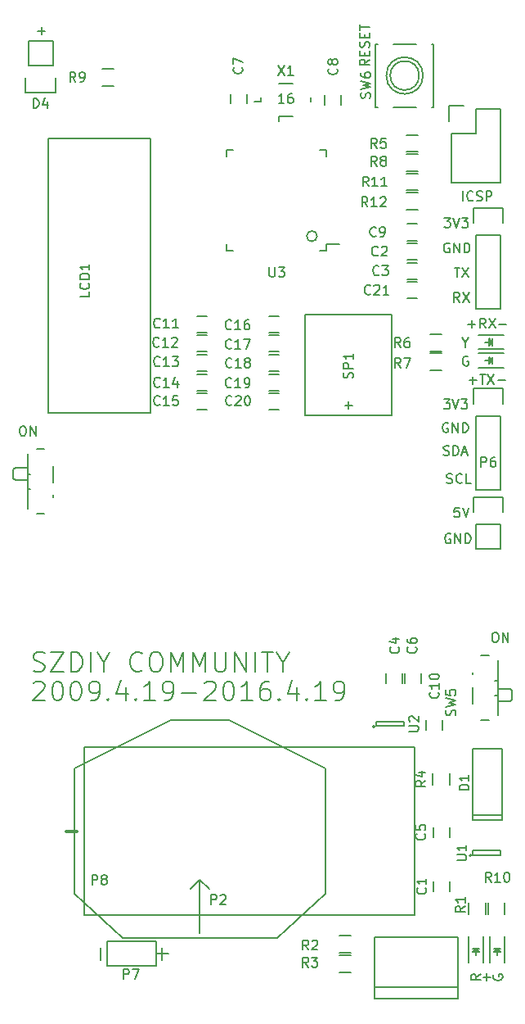
<source format=gbr>
G04 #@! TF.FileFunction,Legend,Top*
%FSLAX45Y45*%
G04 Gerber Fmt 4.5, Leading zero omitted, Abs format (unit mm)*
G04 Created by KiCad (PCBNEW 4.0.2+dfsg1-stable) date Sat May  7 02:04:56 2016*
%MOMM*%
G01*
G04 APERTURE LIST*
%ADD10C,0.100000*%
%ADD11C,0.150000*%
%ADD12C,0.300000*%
%ADD13C,0.200000*%
G04 APERTURE END LIST*
D10*
D11*
X4078095Y-8205238D02*
X4097143Y-8205238D01*
X4106667Y-8210000D01*
X4116190Y-8219524D01*
X4120952Y-8238571D01*
X4120952Y-8271905D01*
X4116190Y-8290952D01*
X4106667Y-8300476D01*
X4097143Y-8305238D01*
X4078095Y-8305238D01*
X4068571Y-8300476D01*
X4059048Y-8290952D01*
X4054286Y-8271905D01*
X4054286Y-8238571D01*
X4059048Y-8219524D01*
X4068571Y-8210000D01*
X4078095Y-8205238D01*
X4163809Y-8305238D02*
X4163809Y-8205238D01*
X4220952Y-8305238D01*
X4220952Y-8205238D01*
X8696191Y-7485000D02*
X8686667Y-7480238D01*
X8672381Y-7480238D01*
X8658095Y-7485000D01*
X8648571Y-7494524D01*
X8643810Y-7504048D01*
X8639048Y-7523095D01*
X8639048Y-7537381D01*
X8643810Y-7556429D01*
X8648571Y-7565952D01*
X8658095Y-7575476D01*
X8672381Y-7580238D01*
X8681905Y-7580238D01*
X8696191Y-7575476D01*
X8700952Y-7570714D01*
X8700952Y-7537381D01*
X8681905Y-7537381D01*
X8670000Y-7337619D02*
X8670000Y-7385238D01*
X8636667Y-7285238D02*
X8670000Y-7337619D01*
X8703333Y-7285238D01*
X8513810Y-9320000D02*
X8504286Y-9315238D01*
X8490000Y-9315238D01*
X8475714Y-9320000D01*
X8466191Y-9329524D01*
X8461429Y-9339048D01*
X8456667Y-9358095D01*
X8456667Y-9372381D01*
X8461429Y-9391429D01*
X8466191Y-9400952D01*
X8475714Y-9410476D01*
X8490000Y-9415238D01*
X8499524Y-9415238D01*
X8513810Y-9410476D01*
X8518572Y-9405714D01*
X8518572Y-9372381D01*
X8499524Y-9372381D01*
X8561429Y-9415238D02*
X8561429Y-9315238D01*
X8618572Y-9415238D01*
X8618572Y-9315238D01*
X8666191Y-9415238D02*
X8666191Y-9315238D01*
X8690000Y-9315238D01*
X8704286Y-9320000D01*
X8713810Y-9329524D01*
X8718572Y-9339048D01*
X8723333Y-9358095D01*
X8723333Y-9372381D01*
X8718572Y-9391429D01*
X8713810Y-9400952D01*
X8704286Y-9410476D01*
X8690000Y-9415238D01*
X8666191Y-9415238D01*
X8605952Y-9045238D02*
X8558333Y-9045238D01*
X8553571Y-9092857D01*
X8558333Y-9088095D01*
X8567857Y-9083333D01*
X8591667Y-9083333D01*
X8601191Y-9088095D01*
X8605952Y-9092857D01*
X8610714Y-9102381D01*
X8610714Y-9126191D01*
X8605952Y-9135714D01*
X8601191Y-9140476D01*
X8591667Y-9145238D01*
X8567857Y-9145238D01*
X8558333Y-9140476D01*
X8553571Y-9135714D01*
X8639286Y-9045238D02*
X8672619Y-9145238D01*
X8705952Y-9045238D01*
X8851905Y-13897143D02*
X8928095Y-13897143D01*
X8890000Y-13935238D02*
X8890000Y-13859048D01*
X8960000Y-13873809D02*
X8955238Y-13883333D01*
X8955238Y-13897619D01*
X8960000Y-13911905D01*
X8969524Y-13921429D01*
X8979048Y-13926190D01*
X8998095Y-13930952D01*
X9012381Y-13930952D01*
X9031429Y-13926190D01*
X9040952Y-13921429D01*
X9050476Y-13911905D01*
X9055238Y-13897619D01*
X9055238Y-13888095D01*
X9050476Y-13873809D01*
X9045714Y-13869048D01*
X9012381Y-13869048D01*
X9012381Y-13888095D01*
X8968095Y-10335238D02*
X8987143Y-10335238D01*
X8996667Y-10340000D01*
X9006191Y-10349524D01*
X9010952Y-10368571D01*
X9010952Y-10401905D01*
X9006191Y-10420952D01*
X8996667Y-10430476D01*
X8987143Y-10435238D01*
X8968095Y-10435238D01*
X8958571Y-10430476D01*
X8949048Y-10420952D01*
X8944286Y-10401905D01*
X8944286Y-10368571D01*
X8949048Y-10349524D01*
X8958571Y-10340000D01*
X8968095Y-10335238D01*
X9053810Y-10435238D02*
X9053810Y-10335238D01*
X9110952Y-10435238D01*
X9110952Y-10335238D01*
X8825238Y-13869048D02*
X8777619Y-13902381D01*
X8825238Y-13926190D02*
X8725238Y-13926190D01*
X8725238Y-13888095D01*
X8730000Y-13878571D01*
X8734762Y-13873809D01*
X8744286Y-13869048D01*
X8758571Y-13869048D01*
X8768095Y-13873809D01*
X8772857Y-13878571D01*
X8777619Y-13888095D01*
X8777619Y-13926190D01*
X6790952Y-4865238D02*
X6733809Y-4865238D01*
X6762381Y-4865238D02*
X6762381Y-4765238D01*
X6752857Y-4779524D01*
X6743333Y-4789048D01*
X6733809Y-4793810D01*
X6876667Y-4765238D02*
X6857619Y-4765238D01*
X6848095Y-4770000D01*
X6843333Y-4774762D01*
X6833809Y-4789048D01*
X6829048Y-4808095D01*
X6829048Y-4846191D01*
X6833809Y-4855714D01*
X6838571Y-4860476D01*
X6848095Y-4865238D01*
X6867143Y-4865238D01*
X6876667Y-4860476D01*
X6881429Y-4855714D01*
X6886190Y-4846191D01*
X6886190Y-4822381D01*
X6881429Y-4812857D01*
X6876667Y-4808095D01*
X6867143Y-4803333D01*
X6848095Y-4803333D01*
X6838571Y-4808095D01*
X6833809Y-4812857D01*
X6829048Y-4822381D01*
D12*
X4532857Y-12390714D02*
X4647143Y-12390714D01*
D13*
X4198095Y-10730952D02*
X4226667Y-10740476D01*
X4274286Y-10740476D01*
X4293333Y-10730952D01*
X4302857Y-10721429D01*
X4312381Y-10702381D01*
X4312381Y-10683333D01*
X4302857Y-10664286D01*
X4293333Y-10654762D01*
X4274286Y-10645238D01*
X4236191Y-10635714D01*
X4217143Y-10626191D01*
X4207619Y-10616667D01*
X4198095Y-10597619D01*
X4198095Y-10578571D01*
X4207619Y-10559524D01*
X4217143Y-10550000D01*
X4236191Y-10540476D01*
X4283810Y-10540476D01*
X4312381Y-10550000D01*
X4379048Y-10540476D02*
X4512381Y-10540476D01*
X4379048Y-10740476D01*
X4512381Y-10740476D01*
X4588571Y-10740476D02*
X4588571Y-10540476D01*
X4636191Y-10540476D01*
X4664762Y-10550000D01*
X4683810Y-10569048D01*
X4693333Y-10588095D01*
X4702857Y-10626191D01*
X4702857Y-10654762D01*
X4693333Y-10692857D01*
X4683810Y-10711905D01*
X4664762Y-10730952D01*
X4636191Y-10740476D01*
X4588571Y-10740476D01*
X4788571Y-10740476D02*
X4788571Y-10540476D01*
X4921905Y-10645238D02*
X4921905Y-10740476D01*
X4855238Y-10540476D02*
X4921905Y-10645238D01*
X4988572Y-10540476D01*
X5321905Y-10721429D02*
X5312381Y-10730952D01*
X5283810Y-10740476D01*
X5264762Y-10740476D01*
X5236191Y-10730952D01*
X5217143Y-10711905D01*
X5207619Y-10692857D01*
X5198095Y-10654762D01*
X5198095Y-10626191D01*
X5207619Y-10588095D01*
X5217143Y-10569048D01*
X5236191Y-10550000D01*
X5264762Y-10540476D01*
X5283810Y-10540476D01*
X5312381Y-10550000D01*
X5321905Y-10559524D01*
X5445714Y-10540476D02*
X5483810Y-10540476D01*
X5502857Y-10550000D01*
X5521905Y-10569048D01*
X5531429Y-10607143D01*
X5531429Y-10673810D01*
X5521905Y-10711905D01*
X5502857Y-10730952D01*
X5483810Y-10740476D01*
X5445714Y-10740476D01*
X5426667Y-10730952D01*
X5407619Y-10711905D01*
X5398095Y-10673810D01*
X5398095Y-10607143D01*
X5407619Y-10569048D01*
X5426667Y-10550000D01*
X5445714Y-10540476D01*
X5617143Y-10740476D02*
X5617143Y-10540476D01*
X5683810Y-10683333D01*
X5750476Y-10540476D01*
X5750476Y-10740476D01*
X5845714Y-10740476D02*
X5845714Y-10540476D01*
X5912381Y-10683333D01*
X5979048Y-10540476D01*
X5979048Y-10740476D01*
X6074286Y-10540476D02*
X6074286Y-10702381D01*
X6083810Y-10721429D01*
X6093333Y-10730952D01*
X6112381Y-10740476D01*
X6150476Y-10740476D01*
X6169524Y-10730952D01*
X6179048Y-10721429D01*
X6188571Y-10702381D01*
X6188571Y-10540476D01*
X6283809Y-10740476D02*
X6283809Y-10540476D01*
X6398095Y-10740476D01*
X6398095Y-10540476D01*
X6493333Y-10740476D02*
X6493333Y-10540476D01*
X6560000Y-10540476D02*
X6674286Y-10540476D01*
X6617143Y-10740476D02*
X6617143Y-10540476D01*
X6779048Y-10645238D02*
X6779048Y-10740476D01*
X6712381Y-10540476D02*
X6779048Y-10645238D01*
X6845714Y-10540476D01*
X4198095Y-10859524D02*
X4207619Y-10850000D01*
X4226667Y-10840476D01*
X4274286Y-10840476D01*
X4293333Y-10850000D01*
X4302857Y-10859524D01*
X4312381Y-10878571D01*
X4312381Y-10897619D01*
X4302857Y-10926191D01*
X4188571Y-11040476D01*
X4312381Y-11040476D01*
X4436191Y-10840476D02*
X4455238Y-10840476D01*
X4474286Y-10850000D01*
X4483810Y-10859524D01*
X4493333Y-10878571D01*
X4502857Y-10916667D01*
X4502857Y-10964286D01*
X4493333Y-11002381D01*
X4483810Y-11021429D01*
X4474286Y-11030952D01*
X4455238Y-11040476D01*
X4436191Y-11040476D01*
X4417143Y-11030952D01*
X4407619Y-11021429D01*
X4398095Y-11002381D01*
X4388571Y-10964286D01*
X4388571Y-10916667D01*
X4398095Y-10878571D01*
X4407619Y-10859524D01*
X4417143Y-10850000D01*
X4436191Y-10840476D01*
X4626667Y-10840476D02*
X4645714Y-10840476D01*
X4664762Y-10850000D01*
X4674286Y-10859524D01*
X4683810Y-10878571D01*
X4693333Y-10916667D01*
X4693333Y-10964286D01*
X4683810Y-11002381D01*
X4674286Y-11021429D01*
X4664762Y-11030952D01*
X4645714Y-11040476D01*
X4626667Y-11040476D01*
X4607619Y-11030952D01*
X4598095Y-11021429D01*
X4588571Y-11002381D01*
X4579048Y-10964286D01*
X4579048Y-10916667D01*
X4588571Y-10878571D01*
X4598095Y-10859524D01*
X4607619Y-10850000D01*
X4626667Y-10840476D01*
X4788572Y-11040476D02*
X4826667Y-11040476D01*
X4845714Y-11030952D01*
X4855238Y-11021429D01*
X4874286Y-10992857D01*
X4883810Y-10954762D01*
X4883810Y-10878571D01*
X4874286Y-10859524D01*
X4864762Y-10850000D01*
X4845714Y-10840476D01*
X4807619Y-10840476D01*
X4788572Y-10850000D01*
X4779048Y-10859524D01*
X4769524Y-10878571D01*
X4769524Y-10926191D01*
X4779048Y-10945238D01*
X4788572Y-10954762D01*
X4807619Y-10964286D01*
X4845714Y-10964286D01*
X4864762Y-10954762D01*
X4874286Y-10945238D01*
X4883810Y-10926191D01*
X4969524Y-11021429D02*
X4979048Y-11030952D01*
X4969524Y-11040476D01*
X4960000Y-11030952D01*
X4969524Y-11021429D01*
X4969524Y-11040476D01*
X5150476Y-10907143D02*
X5150476Y-11040476D01*
X5102857Y-10830952D02*
X5055238Y-10973810D01*
X5179048Y-10973810D01*
X5255238Y-11021429D02*
X5264762Y-11030952D01*
X5255238Y-11040476D01*
X5245714Y-11030952D01*
X5255238Y-11021429D01*
X5255238Y-11040476D01*
X5455238Y-11040476D02*
X5340952Y-11040476D01*
X5398095Y-11040476D02*
X5398095Y-10840476D01*
X5379048Y-10869048D01*
X5360000Y-10888095D01*
X5340952Y-10897619D01*
X5550476Y-11040476D02*
X5588572Y-11040476D01*
X5607619Y-11030952D01*
X5617143Y-11021429D01*
X5636190Y-10992857D01*
X5645714Y-10954762D01*
X5645714Y-10878571D01*
X5636190Y-10859524D01*
X5626667Y-10850000D01*
X5607619Y-10840476D01*
X5569524Y-10840476D01*
X5550476Y-10850000D01*
X5540952Y-10859524D01*
X5531429Y-10878571D01*
X5531429Y-10926191D01*
X5540952Y-10945238D01*
X5550476Y-10954762D01*
X5569524Y-10964286D01*
X5607619Y-10964286D01*
X5626667Y-10954762D01*
X5636190Y-10945238D01*
X5645714Y-10926191D01*
X5731429Y-10964286D02*
X5883810Y-10964286D01*
X5969524Y-10859524D02*
X5979048Y-10850000D01*
X5998095Y-10840476D01*
X6045714Y-10840476D01*
X6064762Y-10850000D01*
X6074286Y-10859524D01*
X6083810Y-10878571D01*
X6083810Y-10897619D01*
X6074286Y-10926191D01*
X5960000Y-11040476D01*
X6083810Y-11040476D01*
X6207619Y-10840476D02*
X6226667Y-10840476D01*
X6245714Y-10850000D01*
X6255238Y-10859524D01*
X6264762Y-10878571D01*
X6274286Y-10916667D01*
X6274286Y-10964286D01*
X6264762Y-11002381D01*
X6255238Y-11021429D01*
X6245714Y-11030952D01*
X6226667Y-11040476D01*
X6207619Y-11040476D01*
X6188571Y-11030952D01*
X6179048Y-11021429D01*
X6169524Y-11002381D01*
X6160000Y-10964286D01*
X6160000Y-10916667D01*
X6169524Y-10878571D01*
X6179048Y-10859524D01*
X6188571Y-10850000D01*
X6207619Y-10840476D01*
X6464762Y-11040476D02*
X6350476Y-11040476D01*
X6407619Y-11040476D02*
X6407619Y-10840476D01*
X6388571Y-10869048D01*
X6369524Y-10888095D01*
X6350476Y-10897619D01*
X6636190Y-10840476D02*
X6598095Y-10840476D01*
X6579048Y-10850000D01*
X6569524Y-10859524D01*
X6550476Y-10888095D01*
X6540952Y-10926191D01*
X6540952Y-11002381D01*
X6550476Y-11021429D01*
X6560000Y-11030952D01*
X6579048Y-11040476D01*
X6617143Y-11040476D01*
X6636190Y-11030952D01*
X6645714Y-11021429D01*
X6655238Y-11002381D01*
X6655238Y-10954762D01*
X6645714Y-10935714D01*
X6636190Y-10926191D01*
X6617143Y-10916667D01*
X6579048Y-10916667D01*
X6560000Y-10926191D01*
X6550476Y-10935714D01*
X6540952Y-10954762D01*
X6740952Y-11021429D02*
X6750476Y-11030952D01*
X6740952Y-11040476D01*
X6731429Y-11030952D01*
X6740952Y-11021429D01*
X6740952Y-11040476D01*
X6921905Y-10907143D02*
X6921905Y-11040476D01*
X6874286Y-10830952D02*
X6826667Y-10973810D01*
X6950476Y-10973810D01*
X7026667Y-11021429D02*
X7036191Y-11030952D01*
X7026667Y-11040476D01*
X7017143Y-11030952D01*
X7026667Y-11021429D01*
X7026667Y-11040476D01*
X7226667Y-11040476D02*
X7112381Y-11040476D01*
X7169524Y-11040476D02*
X7169524Y-10840476D01*
X7150476Y-10869048D01*
X7131429Y-10888095D01*
X7112381Y-10897619D01*
X7321905Y-11040476D02*
X7360000Y-11040476D01*
X7379048Y-11030952D01*
X7388571Y-11021429D01*
X7407619Y-10992857D01*
X7417143Y-10954762D01*
X7417143Y-10878571D01*
X7407619Y-10859524D01*
X7398095Y-10850000D01*
X7379048Y-10840476D01*
X7340952Y-10840476D01*
X7321905Y-10850000D01*
X7312381Y-10859524D01*
X7302857Y-10878571D01*
X7302857Y-10926191D01*
X7312381Y-10945238D01*
X7321905Y-10954762D01*
X7340952Y-10964286D01*
X7379048Y-10964286D01*
X7398095Y-10954762D01*
X7407619Y-10945238D01*
X7417143Y-10926191D01*
X7133852Y-6240000D02*
G75*
G03X7133852Y-6240000I-53852J0D01*
G01*
D11*
X8475952Y-8790476D02*
X8490238Y-8795238D01*
X8514048Y-8795238D01*
X8523572Y-8790476D01*
X8528333Y-8785714D01*
X8533095Y-8776191D01*
X8533095Y-8766667D01*
X8528333Y-8757143D01*
X8523572Y-8752381D01*
X8514048Y-8747619D01*
X8495000Y-8742857D01*
X8485476Y-8738095D01*
X8480714Y-8733333D01*
X8475952Y-8723810D01*
X8475952Y-8714286D01*
X8480714Y-8704762D01*
X8485476Y-8700000D01*
X8495000Y-8695238D01*
X8518810Y-8695238D01*
X8533095Y-8700000D01*
X8633095Y-8785714D02*
X8628333Y-8790476D01*
X8614048Y-8795238D01*
X8604524Y-8795238D01*
X8590238Y-8790476D01*
X8580714Y-8780952D01*
X8575952Y-8771429D01*
X8571191Y-8752381D01*
X8571191Y-8738095D01*
X8575952Y-8719048D01*
X8580714Y-8709524D01*
X8590238Y-8700000D01*
X8604524Y-8695238D01*
X8614048Y-8695238D01*
X8628333Y-8700000D01*
X8633095Y-8704762D01*
X8723572Y-8795238D02*
X8675952Y-8795238D01*
X8675952Y-8695238D01*
X8443571Y-8500476D02*
X8457857Y-8505238D01*
X8481667Y-8505238D01*
X8491191Y-8500476D01*
X8495952Y-8495714D01*
X8500714Y-8486191D01*
X8500714Y-8476667D01*
X8495952Y-8467143D01*
X8491191Y-8462381D01*
X8481667Y-8457619D01*
X8462619Y-8452857D01*
X8453095Y-8448095D01*
X8448333Y-8443333D01*
X8443571Y-8433810D01*
X8443571Y-8424286D01*
X8448333Y-8414762D01*
X8453095Y-8410000D01*
X8462619Y-8405238D01*
X8486429Y-8405238D01*
X8500714Y-8410000D01*
X8543571Y-8505238D02*
X8543571Y-8405238D01*
X8567381Y-8405238D01*
X8581667Y-8410000D01*
X8591191Y-8419524D01*
X8595952Y-8429048D01*
X8600714Y-8448095D01*
X8600714Y-8462381D01*
X8595952Y-8481429D01*
X8591191Y-8490952D01*
X8581667Y-8500476D01*
X8567381Y-8505238D01*
X8543571Y-8505238D01*
X8638810Y-8476667D02*
X8686429Y-8476667D01*
X8629286Y-8505238D02*
X8662619Y-8405238D01*
X8695952Y-8505238D01*
X8488810Y-8175000D02*
X8479286Y-8170238D01*
X8465000Y-8170238D01*
X8450714Y-8175000D01*
X8441191Y-8184524D01*
X8436429Y-8194048D01*
X8431667Y-8213095D01*
X8431667Y-8227381D01*
X8436429Y-8246429D01*
X8441191Y-8255952D01*
X8450714Y-8265476D01*
X8465000Y-8270238D01*
X8474524Y-8270238D01*
X8488810Y-8265476D01*
X8493572Y-8260714D01*
X8493572Y-8227381D01*
X8474524Y-8227381D01*
X8536429Y-8270238D02*
X8536429Y-8170238D01*
X8593572Y-8270238D01*
X8593572Y-8170238D01*
X8641191Y-8270238D02*
X8641191Y-8170238D01*
X8665000Y-8170238D01*
X8679286Y-8175000D01*
X8688810Y-8184524D01*
X8693572Y-8194048D01*
X8698333Y-8213095D01*
X8698333Y-8227381D01*
X8693572Y-8246429D01*
X8688810Y-8255952D01*
X8679286Y-8265476D01*
X8665000Y-8270238D01*
X8641191Y-8270238D01*
X8446191Y-7925238D02*
X8508095Y-7925238D01*
X8474762Y-7963333D01*
X8489048Y-7963333D01*
X8498572Y-7968095D01*
X8503333Y-7972857D01*
X8508095Y-7982381D01*
X8508095Y-8006190D01*
X8503333Y-8015714D01*
X8498572Y-8020476D01*
X8489048Y-8025238D01*
X8460476Y-8025238D01*
X8450952Y-8020476D01*
X8446191Y-8015714D01*
X8536667Y-7925238D02*
X8570000Y-8025238D01*
X8603333Y-7925238D01*
X8627143Y-7925238D02*
X8689048Y-7925238D01*
X8655714Y-7963333D01*
X8670000Y-7963333D01*
X8679524Y-7968095D01*
X8684286Y-7972857D01*
X8689048Y-7982381D01*
X8689048Y-8006190D01*
X8684286Y-8015714D01*
X8679524Y-8020476D01*
X8670000Y-8025238D01*
X8641429Y-8025238D01*
X8631905Y-8020476D01*
X8627143Y-8015714D01*
X8608333Y-6920238D02*
X8575000Y-6872619D01*
X8551191Y-6920238D02*
X8551191Y-6820238D01*
X8589286Y-6820238D01*
X8598810Y-6825000D01*
X8603572Y-6829762D01*
X8608333Y-6839286D01*
X8608333Y-6853571D01*
X8603572Y-6863095D01*
X8598810Y-6867857D01*
X8589286Y-6872619D01*
X8551191Y-6872619D01*
X8641667Y-6820238D02*
X8708333Y-6920238D01*
X8708333Y-6820238D02*
X8641667Y-6920238D01*
X8553810Y-6565238D02*
X8610952Y-6565238D01*
X8582381Y-6665238D02*
X8582381Y-6565238D01*
X8634762Y-6565238D02*
X8701429Y-6665238D01*
X8701429Y-6565238D02*
X8634762Y-6665238D01*
X8503810Y-6315000D02*
X8494286Y-6310238D01*
X8480000Y-6310238D01*
X8465714Y-6315000D01*
X8456191Y-6324524D01*
X8451429Y-6334048D01*
X8446667Y-6353095D01*
X8446667Y-6367381D01*
X8451429Y-6386429D01*
X8456191Y-6395952D01*
X8465714Y-6405476D01*
X8480000Y-6410238D01*
X8489524Y-6410238D01*
X8503810Y-6405476D01*
X8508572Y-6400714D01*
X8508572Y-6367381D01*
X8489524Y-6367381D01*
X8551429Y-6410238D02*
X8551429Y-6310238D01*
X8608572Y-6410238D01*
X8608572Y-6310238D01*
X8656191Y-6410238D02*
X8656191Y-6310238D01*
X8680000Y-6310238D01*
X8694286Y-6315000D01*
X8703810Y-6324524D01*
X8708572Y-6334048D01*
X8713333Y-6353095D01*
X8713333Y-6367381D01*
X8708572Y-6386429D01*
X8703810Y-6395952D01*
X8694286Y-6405476D01*
X8680000Y-6410238D01*
X8656191Y-6410238D01*
X8451191Y-6050238D02*
X8513095Y-6050238D01*
X8479762Y-6088333D01*
X8494048Y-6088333D01*
X8503572Y-6093095D01*
X8508333Y-6097857D01*
X8513095Y-6107381D01*
X8513095Y-6131190D01*
X8508333Y-6140714D01*
X8503572Y-6145476D01*
X8494048Y-6150238D01*
X8465476Y-6150238D01*
X8455952Y-6145476D01*
X8451191Y-6140714D01*
X8541667Y-6050238D02*
X8575000Y-6150238D01*
X8608333Y-6050238D01*
X8632143Y-6050238D02*
X8694048Y-6050238D01*
X8660714Y-6088333D01*
X8675000Y-6088333D01*
X8684524Y-6093095D01*
X8689286Y-6097857D01*
X8694048Y-6107381D01*
X8694048Y-6131190D01*
X8689286Y-6140714D01*
X8684524Y-6145476D01*
X8675000Y-6150238D01*
X8646429Y-6150238D01*
X8636905Y-6145476D01*
X8632143Y-6140714D01*
X8709286Y-7732143D02*
X8785476Y-7732143D01*
X8747381Y-7770238D02*
X8747381Y-7694048D01*
X8818810Y-7670238D02*
X8875952Y-7670238D01*
X8847381Y-7770238D02*
X8847381Y-7670238D01*
X8899762Y-7670238D02*
X8966429Y-7770238D01*
X8966429Y-7670238D02*
X8899762Y-7770238D01*
X9004524Y-7732143D02*
X9080714Y-7732143D01*
X8697381Y-7152143D02*
X8773572Y-7152143D01*
X8735476Y-7190238D02*
X8735476Y-7114048D01*
X8878333Y-7190238D02*
X8845000Y-7142619D01*
X8821191Y-7190238D02*
X8821191Y-7090238D01*
X8859286Y-7090238D01*
X8868810Y-7095000D01*
X8873572Y-7099762D01*
X8878333Y-7109286D01*
X8878333Y-7123571D01*
X8873572Y-7133095D01*
X8868810Y-7137857D01*
X8859286Y-7142619D01*
X8821191Y-7142619D01*
X8911667Y-7090238D02*
X8978333Y-7190238D01*
X8978333Y-7090238D02*
X8911667Y-7190238D01*
X9016429Y-7152143D02*
X9092619Y-7152143D01*
X8642381Y-5875238D02*
X8642381Y-5775238D01*
X8747143Y-5865714D02*
X8742381Y-5870476D01*
X8728095Y-5875238D01*
X8718572Y-5875238D01*
X8704286Y-5870476D01*
X8694762Y-5860952D01*
X8690000Y-5851429D01*
X8685238Y-5832381D01*
X8685238Y-5818095D01*
X8690000Y-5799048D01*
X8694762Y-5789524D01*
X8704286Y-5780000D01*
X8718572Y-5775238D01*
X8728095Y-5775238D01*
X8742381Y-5780000D01*
X8747143Y-5784762D01*
X8785238Y-5870476D02*
X8799524Y-5875238D01*
X8823333Y-5875238D01*
X8832857Y-5870476D01*
X8837619Y-5865714D01*
X8842381Y-5856190D01*
X8842381Y-5846667D01*
X8837619Y-5837143D01*
X8832857Y-5832381D01*
X8823333Y-5827619D01*
X8804286Y-5822857D01*
X8794762Y-5818095D01*
X8790000Y-5813333D01*
X8785238Y-5803809D01*
X8785238Y-5794286D01*
X8790000Y-5784762D01*
X8794762Y-5780000D01*
X8804286Y-5775238D01*
X8828095Y-5775238D01*
X8842381Y-5780000D01*
X8885238Y-5875238D02*
X8885238Y-5775238D01*
X8923333Y-5775238D01*
X8932857Y-5780000D01*
X8937619Y-5784762D01*
X8942381Y-5794286D01*
X8942381Y-5808571D01*
X8937619Y-5818095D01*
X8932857Y-5822857D01*
X8923333Y-5827619D01*
X8885238Y-5827619D01*
X7675238Y-4415238D02*
X7627619Y-4448572D01*
X7675238Y-4472381D02*
X7575238Y-4472381D01*
X7575238Y-4434286D01*
X7580000Y-4424762D01*
X7584762Y-4420000D01*
X7594286Y-4415238D01*
X7608571Y-4415238D01*
X7618095Y-4420000D01*
X7622857Y-4424762D01*
X7627619Y-4434286D01*
X7627619Y-4472381D01*
X7622857Y-4372381D02*
X7622857Y-4339048D01*
X7675238Y-4324762D02*
X7675238Y-4372381D01*
X7575238Y-4372381D01*
X7575238Y-4324762D01*
X7670476Y-4286667D02*
X7675238Y-4272381D01*
X7675238Y-4248571D01*
X7670476Y-4239048D01*
X7665714Y-4234286D01*
X7656190Y-4229524D01*
X7646667Y-4229524D01*
X7637143Y-4234286D01*
X7632381Y-4239048D01*
X7627619Y-4248571D01*
X7622857Y-4267619D01*
X7618095Y-4277143D01*
X7613333Y-4281905D01*
X7603809Y-4286667D01*
X7594286Y-4286667D01*
X7584762Y-4281905D01*
X7580000Y-4277143D01*
X7575238Y-4267619D01*
X7575238Y-4243810D01*
X7580000Y-4229524D01*
X7622857Y-4186667D02*
X7622857Y-4153333D01*
X7675238Y-4139048D02*
X7675238Y-4186667D01*
X7575238Y-4186667D01*
X7575238Y-4139048D01*
X7575238Y-4110476D02*
X7575238Y-4053333D01*
X7675238Y-4081905D02*
X7575238Y-4081905D01*
X4241905Y-4117143D02*
X4318095Y-4117143D01*
X4280000Y-4155238D02*
X4280000Y-4079048D01*
X9077500Y-13130000D02*
X9077500Y-13250000D01*
X8902500Y-13250000D02*
X8902500Y-13130000D01*
X4143000Y-4473000D02*
X4143000Y-4219000D01*
X4115000Y-4755000D02*
X4115000Y-4600000D01*
X4143000Y-4473000D02*
X4397000Y-4473000D01*
X4425000Y-4600000D02*
X4425000Y-4755000D01*
X4425000Y-4755000D02*
X4115000Y-4755000D01*
X4397000Y-4473000D02*
X4397000Y-4219000D01*
X4397000Y-4219000D02*
X4143000Y-4219000D01*
X8972500Y-10835000D02*
X9002500Y-10835000D01*
X8972500Y-10985000D02*
X9002500Y-10985000D01*
X8742500Y-10770000D02*
X8742500Y-10750000D01*
X9132500Y-11050000D02*
X9152500Y-11030000D01*
X9132500Y-10920000D02*
X9152500Y-10940000D01*
X9002500Y-11050000D02*
X9132500Y-11050000D01*
X9152500Y-11030000D02*
X9152500Y-10940000D01*
X9132500Y-10920000D02*
X9002500Y-10920000D01*
X9002500Y-11195000D02*
X9002500Y-10625000D01*
X8742500Y-11070000D02*
X8742500Y-10900000D01*
X8832500Y-11245000D02*
X8912500Y-11245000D01*
X8912500Y-10575000D02*
X8832500Y-10575000D01*
X8335000Y-12910000D02*
X8335000Y-13010000D01*
X8505000Y-13010000D02*
X8505000Y-12910000D01*
X8335000Y-12350000D02*
X8335000Y-12450000D01*
X8505000Y-12450000D02*
X8505000Y-12350000D01*
X6235000Y-4770000D02*
X6235000Y-4870000D01*
X6405000Y-4870000D02*
X6405000Y-4770000D01*
X7215000Y-4780000D02*
X7215000Y-4880000D01*
X7385000Y-4880000D02*
X7385000Y-4780000D01*
X8435000Y-11340000D02*
X8435000Y-11240000D01*
X8265000Y-11240000D02*
X8265000Y-11340000D01*
X5990000Y-7065000D02*
X5890000Y-7065000D01*
X5890000Y-7235000D02*
X5990000Y-7235000D01*
X5990000Y-7265000D02*
X5890000Y-7265000D01*
X5890000Y-7435000D02*
X5990000Y-7435000D01*
X5990000Y-7465000D02*
X5890000Y-7465000D01*
X5890000Y-7635000D02*
X5990000Y-7635000D01*
X5990000Y-7665000D02*
X5890000Y-7665000D01*
X5890000Y-7835000D02*
X5990000Y-7835000D01*
X5990000Y-7865000D02*
X5890000Y-7865000D01*
X5890000Y-8035000D02*
X5990000Y-8035000D01*
X6735000Y-7065000D02*
X6635000Y-7065000D01*
X6635000Y-7235000D02*
X6735000Y-7235000D01*
X6735000Y-7265000D02*
X6635000Y-7265000D01*
X6635000Y-7435000D02*
X6735000Y-7435000D01*
X6735000Y-7465000D02*
X6635000Y-7465000D01*
X6635000Y-7635000D02*
X6735000Y-7635000D01*
X6735000Y-7665000D02*
X6635000Y-7665000D01*
X6635000Y-7835000D02*
X6735000Y-7835000D01*
X6735000Y-7865000D02*
X6635000Y-7865000D01*
X6635000Y-8035000D02*
X6735000Y-8035000D01*
X8778000Y-6232000D02*
X8778000Y-6994000D01*
X9032000Y-6232000D02*
X9032000Y-6994000D01*
X9060000Y-5950000D02*
X9060000Y-6105000D01*
X8778000Y-6994000D02*
X9032000Y-6994000D01*
X9032000Y-6232000D02*
X8778000Y-6232000D01*
X8750000Y-6105000D02*
X8750000Y-5950000D01*
X8750000Y-5950000D02*
X9060000Y-5950000D01*
X8778000Y-8097000D02*
X8778000Y-8859000D01*
X9032000Y-8097000D02*
X9032000Y-8859000D01*
X9060000Y-7815000D02*
X9060000Y-7970000D01*
X8778000Y-8859000D02*
X9032000Y-8859000D01*
X9032000Y-8097000D02*
X8778000Y-8097000D01*
X8750000Y-7970000D02*
X8750000Y-7815000D01*
X8750000Y-7815000D02*
X9060000Y-7815000D01*
X8877500Y-13130000D02*
X8877500Y-13250000D01*
X8702500Y-13250000D02*
X8702500Y-13130000D01*
X8507500Y-11790000D02*
X8507500Y-11910000D01*
X8332500Y-11910000D02*
X8332500Y-11790000D01*
X8300000Y-7252500D02*
X8420000Y-7252500D01*
X8420000Y-7427500D02*
X8300000Y-7427500D01*
X8300000Y-7452500D02*
X8420000Y-7452500D01*
X8420000Y-7627500D02*
X8300000Y-7627500D01*
X8180000Y-5567500D02*
X8060000Y-5567500D01*
X8060000Y-5392500D02*
X8180000Y-5392500D01*
X5030000Y-4687500D02*
X4910000Y-4687500D01*
X4910000Y-4512500D02*
X5030000Y-4512500D01*
X8730000Y-12640000D02*
G75*
G03X8730000Y-12640000I-10000J0D01*
G01*
X8745000Y-12585000D02*
X8745000Y-12635000D01*
X9035000Y-12585000D02*
X8745000Y-12585000D01*
X9035000Y-12635000D02*
X9035000Y-12585000D01*
X8745000Y-12635000D02*
X9035000Y-12635000D01*
X7730000Y-11310000D02*
G75*
G03X7730000Y-11310000I-10000J0D01*
G01*
X7745000Y-11255000D02*
X7745000Y-11305000D01*
X8035000Y-11255000D02*
X7745000Y-11255000D01*
X8035000Y-11305000D02*
X8035000Y-11255000D01*
X7745000Y-11305000D02*
X8035000Y-11305000D01*
X6550000Y-4850000D02*
X6480000Y-4850000D01*
X6740000Y-5000000D02*
X6740000Y-5050000D01*
X6880208Y-5000000D02*
X6740000Y-5000000D01*
X6739896Y-4660000D02*
X6880104Y-4660000D01*
X7070000Y-4850000D02*
X7070000Y-4810000D01*
X6550000Y-4850000D02*
X6550000Y-4810000D01*
X8705000Y-13480000D02*
X8705000Y-13750000D01*
X8855000Y-13480000D02*
X8855000Y-13750000D01*
X8765000Y-13630000D02*
X8790000Y-13630000D01*
X8790000Y-13630000D02*
X8775000Y-13615000D01*
X8815000Y-13605000D02*
X8745000Y-13605000D01*
X8780000Y-13640000D02*
X8780000Y-13675000D01*
X8780000Y-13605000D02*
X8815000Y-13640000D01*
X8815000Y-13640000D02*
X8745000Y-13640000D01*
X8745000Y-13640000D02*
X8780000Y-13605000D01*
X9070000Y-7260000D02*
X8800000Y-7260000D01*
X9070000Y-7410000D02*
X8800000Y-7410000D01*
X8920000Y-7320000D02*
X8920000Y-7345000D01*
X8920000Y-7345000D02*
X8935000Y-7330000D01*
X8945000Y-7370000D02*
X8945000Y-7300000D01*
X8910000Y-7335000D02*
X8875000Y-7335000D01*
X8945000Y-7335000D02*
X8910000Y-7370000D01*
X8910000Y-7370000D02*
X8910000Y-7300000D01*
X8910000Y-7300000D02*
X8945000Y-7335000D01*
X9070000Y-7450000D02*
X8800000Y-7450000D01*
X9070000Y-7600000D02*
X8800000Y-7600000D01*
X8920000Y-7510000D02*
X8920000Y-7535000D01*
X8920000Y-7535000D02*
X8935000Y-7520000D01*
X8945000Y-7560000D02*
X8945000Y-7490000D01*
X8910000Y-7525000D02*
X8875000Y-7525000D01*
X8945000Y-7525000D02*
X8910000Y-7560000D01*
X8910000Y-7560000D02*
X8910000Y-7490000D01*
X8910000Y-7490000D02*
X8945000Y-7525000D01*
X9049200Y-11565200D02*
X9049200Y-11539800D01*
X9049200Y-11539800D02*
X8744400Y-11539800D01*
X8744400Y-11539800D02*
X8744400Y-11565200D01*
X9049200Y-12225600D02*
X8744400Y-12225600D01*
X8744400Y-12225600D02*
X8744400Y-12276400D01*
X8744400Y-12276400D02*
X9049200Y-12276400D01*
X9049200Y-12276400D02*
X9049200Y-11565200D01*
X8744400Y-11565200D02*
X8744400Y-12225600D01*
X8925000Y-13480000D02*
X8925000Y-13750000D01*
X9075000Y-13480000D02*
X9075000Y-13750000D01*
X8985000Y-13630000D02*
X9010000Y-13630000D01*
X9010000Y-13630000D02*
X8995000Y-13615000D01*
X9035000Y-13605000D02*
X8965000Y-13605000D01*
X9000000Y-13640000D02*
X9000000Y-13675000D01*
X9000000Y-13605000D02*
X9035000Y-13640000D01*
X9035000Y-13640000D02*
X8965000Y-13640000D01*
X8965000Y-13640000D02*
X9000000Y-13605000D01*
X9032000Y-9217000D02*
X9032000Y-9471000D01*
X9060000Y-8935000D02*
X9060000Y-9090000D01*
X9032000Y-9217000D02*
X8778000Y-9217000D01*
X8750000Y-9090000D02*
X8750000Y-8935000D01*
X8750000Y-8935000D02*
X9060000Y-8935000D01*
X8778000Y-9217000D02*
X8778000Y-9471000D01*
X8778000Y-9471000D02*
X9032000Y-9471000D01*
X4894500Y-13591500D02*
X4894500Y-13718500D01*
X5466000Y-13655000D02*
X5593000Y-13655000D01*
X5529500Y-13718500D02*
X5529500Y-13591500D01*
X4958000Y-13528000D02*
X5466000Y-13528000D01*
X5466000Y-13528000D02*
X5466000Y-13782000D01*
X5466000Y-13782000D02*
X4958000Y-13782000D01*
X4958000Y-13782000D02*
X4958000Y-13528000D01*
X4167500Y-8850000D02*
X4137500Y-8850000D01*
X4167500Y-8700000D02*
X4137500Y-8700000D01*
X4397500Y-8915000D02*
X4397500Y-8935000D01*
X4007500Y-8635000D02*
X3987500Y-8655000D01*
X4007500Y-8765000D02*
X3987500Y-8745000D01*
X4137500Y-8635000D02*
X4007500Y-8635000D01*
X3987500Y-8655000D02*
X3987500Y-8745000D01*
X4007500Y-8765000D02*
X4137500Y-8765000D01*
X4137500Y-8490000D02*
X4137500Y-9060000D01*
X4397500Y-8615000D02*
X4397500Y-8785000D01*
X4307500Y-8440000D02*
X4227500Y-8440000D01*
X4227500Y-9110000D02*
X4307500Y-9110000D01*
X7232500Y-6387500D02*
X7232500Y-6320000D01*
X6197500Y-6387500D02*
X6197500Y-6320000D01*
X6197500Y-5352500D02*
X6197500Y-5420000D01*
X7232500Y-5352500D02*
X7232500Y-5420000D01*
X7232500Y-6387500D02*
X7165000Y-6387500D01*
X7232500Y-5352500D02*
X7165000Y-5352500D01*
X6197500Y-5352500D02*
X6265000Y-5352500D01*
X6197500Y-6387500D02*
X6265000Y-6387500D01*
X7232500Y-6320000D02*
X7360000Y-6320000D01*
X8070000Y-6485000D02*
X8170000Y-6485000D01*
X8170000Y-6315000D02*
X8070000Y-6315000D01*
X8070000Y-6685000D02*
X8170000Y-6685000D01*
X8170000Y-6515000D02*
X8070000Y-6515000D01*
X7845000Y-10760000D02*
X7845000Y-10860000D01*
X8015000Y-10860000D02*
X8015000Y-10760000D01*
X8045000Y-10760000D02*
X8045000Y-10860000D01*
X8215000Y-10860000D02*
X8215000Y-10760000D01*
X8170000Y-6115000D02*
X8070000Y-6115000D01*
X8070000Y-6285000D02*
X8170000Y-6285000D01*
X7724660Y-14123146D02*
X8594660Y-14123146D01*
X7724660Y-13482646D02*
X8594660Y-13482646D01*
X8594660Y-13482646D02*
X8594660Y-14123146D01*
X8594660Y-14000146D02*
X7724660Y-14000146D01*
X7724660Y-14123146D02*
X7724660Y-13482646D01*
X4720000Y-12390000D02*
X4720000Y-11520000D01*
X4720000Y-11520000D02*
X8140000Y-11520000D01*
X8140000Y-11520000D02*
X8140000Y-13260000D01*
X8140000Y-13260000D02*
X4720000Y-13260000D01*
X4720000Y-13260000D02*
X4720000Y-12390000D01*
X8523000Y-5177000D02*
X8523000Y-5685000D01*
X8495000Y-4895000D02*
X8650000Y-4895000D01*
X8777000Y-4923000D02*
X8777000Y-5177000D01*
X8777000Y-5177000D02*
X8523000Y-5177000D01*
X8523000Y-5685000D02*
X9031000Y-5685000D01*
X9031000Y-5685000D02*
X9031000Y-5177000D01*
X8495000Y-4895000D02*
X8495000Y-5050000D01*
X9031000Y-4923000D02*
X8777000Y-4923000D01*
X9031000Y-5177000D02*
X9031000Y-4923000D01*
X7360000Y-13472500D02*
X7480000Y-13472500D01*
X7480000Y-13647500D02*
X7360000Y-13647500D01*
X7360000Y-13672500D02*
X7480000Y-13672500D01*
X7480000Y-13847500D02*
X7360000Y-13847500D01*
X7460000Y-7050000D02*
X7010000Y-7050000D01*
X7010000Y-7050000D02*
X7010000Y-8090000D01*
X7010000Y-8090000D02*
X7910000Y-8090000D01*
X7910000Y-8090000D02*
X7910000Y-7050000D01*
X7910000Y-7050000D02*
X7460000Y-7050000D01*
X8180000Y-5367500D02*
X8060000Y-5367500D01*
X8060000Y-5192500D02*
X8180000Y-5192500D01*
X7740000Y-4255000D02*
X7760000Y-4255000D01*
X8340000Y-4255000D02*
X8320000Y-4255000D01*
X8340000Y-4905000D02*
X8320000Y-4905000D01*
X7740000Y-4905000D02*
X7760000Y-4905000D01*
X7920000Y-4905000D02*
X8160000Y-4905000D01*
X7920000Y-4255000D02*
X8160000Y-4255000D01*
X7740000Y-4255000D02*
X7740000Y-4905000D01*
X8340000Y-4905000D02*
X8340000Y-4255000D01*
X8230000Y-4580000D02*
G75*
G03X8230000Y-4580000I-190000J0D01*
G01*
X8190000Y-4580000D02*
G75*
G03X8190000Y-4580000I-150000J0D01*
G01*
X5410000Y-8070000D02*
X4350000Y-8070000D01*
X4350000Y-8070000D02*
X4350000Y-5230000D01*
X4350000Y-5230000D02*
X5410000Y-5230000D01*
X5410000Y-5230000D02*
X5410000Y-8070000D01*
X8170000Y-6715000D02*
X8070000Y-6715000D01*
X8070000Y-6885000D02*
X8170000Y-6885000D01*
X8180000Y-5767500D02*
X8060000Y-5767500D01*
X8060000Y-5592500D02*
X8180000Y-5592500D01*
X8180000Y-5967500D02*
X8060000Y-5967500D01*
X8060000Y-5792500D02*
X8180000Y-5792500D01*
X5920000Y-12890000D02*
X6020000Y-12990000D01*
X5920000Y-13440000D02*
X5920000Y-12890000D01*
X5920000Y-12890000D02*
X5820000Y-12990000D01*
X7220000Y-13040000D02*
X6720000Y-13490000D01*
X4620000Y-13040000D02*
X5120000Y-13490000D01*
X5120000Y-13490000D02*
X6720000Y-13490000D01*
X6220000Y-11240000D02*
X7220000Y-11740000D01*
X5620000Y-11240000D02*
X4620000Y-11740000D01*
X5920000Y-11240000D02*
X6220000Y-11240000D01*
X5920000Y-11240000D02*
X5620000Y-11240000D01*
X7220000Y-12390000D02*
X7220000Y-13040000D01*
X7220000Y-12390000D02*
X7220000Y-11740000D01*
X4620000Y-12390000D02*
X4620000Y-13040000D01*
X4620000Y-12390000D02*
X4620000Y-11740000D01*
X8935714Y-12915238D02*
X8902381Y-12867619D01*
X8878571Y-12915238D02*
X8878571Y-12815238D01*
X8916667Y-12815238D01*
X8926191Y-12820000D01*
X8930952Y-12824762D01*
X8935714Y-12834286D01*
X8935714Y-12848571D01*
X8930952Y-12858095D01*
X8926191Y-12862857D01*
X8916667Y-12867619D01*
X8878571Y-12867619D01*
X9030952Y-12915238D02*
X8973810Y-12915238D01*
X9002381Y-12915238D02*
X9002381Y-12815238D01*
X8992857Y-12829524D01*
X8983333Y-12839048D01*
X8973810Y-12843809D01*
X9092857Y-12815238D02*
X9102381Y-12815238D01*
X9111905Y-12820000D01*
X9116667Y-12824762D01*
X9121429Y-12834286D01*
X9126191Y-12853333D01*
X9126191Y-12877143D01*
X9121429Y-12896190D01*
X9116667Y-12905714D01*
X9111905Y-12910476D01*
X9102381Y-12915238D01*
X9092857Y-12915238D01*
X9083333Y-12910476D01*
X9078571Y-12905714D01*
X9073810Y-12896190D01*
X9069048Y-12877143D01*
X9069048Y-12853333D01*
X9073810Y-12834286D01*
X9078571Y-12824762D01*
X9083333Y-12820000D01*
X9092857Y-12815238D01*
X4196191Y-4915238D02*
X4196191Y-4815238D01*
X4220000Y-4815238D01*
X4234286Y-4820000D01*
X4243810Y-4829524D01*
X4248572Y-4839048D01*
X4253333Y-4858095D01*
X4253333Y-4872381D01*
X4248572Y-4891429D01*
X4243810Y-4900952D01*
X4234286Y-4910476D01*
X4220000Y-4915238D01*
X4196191Y-4915238D01*
X4339048Y-4848571D02*
X4339048Y-4915238D01*
X4315238Y-4810476D02*
X4291429Y-4881905D01*
X4353333Y-4881905D01*
X8562976Y-11193333D02*
X8567738Y-11179048D01*
X8567738Y-11155238D01*
X8562976Y-11145714D01*
X8558214Y-11140952D01*
X8548691Y-11136190D01*
X8539167Y-11136190D01*
X8529643Y-11140952D01*
X8524881Y-11145714D01*
X8520119Y-11155238D01*
X8515357Y-11174286D01*
X8510595Y-11183810D01*
X8505833Y-11188571D01*
X8496310Y-11193333D01*
X8486786Y-11193333D01*
X8477262Y-11188571D01*
X8472500Y-11183810D01*
X8467738Y-11174286D01*
X8467738Y-11150476D01*
X8472500Y-11136190D01*
X8467738Y-11102857D02*
X8567738Y-11079048D01*
X8496310Y-11060000D01*
X8567738Y-11040952D01*
X8467738Y-11017143D01*
X8467738Y-10931429D02*
X8467738Y-10979048D01*
X8515357Y-10983810D01*
X8510595Y-10979048D01*
X8505833Y-10969524D01*
X8505833Y-10945714D01*
X8510595Y-10936190D01*
X8515357Y-10931429D01*
X8524881Y-10926667D01*
X8548691Y-10926667D01*
X8558214Y-10931429D01*
X8562976Y-10936190D01*
X8567738Y-10945714D01*
X8567738Y-10969524D01*
X8562976Y-10979048D01*
X8558214Y-10983810D01*
X8255714Y-12976667D02*
X8260476Y-12981428D01*
X8265238Y-12995714D01*
X8265238Y-13005238D01*
X8260476Y-13019524D01*
X8250952Y-13029048D01*
X8241429Y-13033809D01*
X8222381Y-13038571D01*
X8208095Y-13038571D01*
X8189048Y-13033809D01*
X8179524Y-13029048D01*
X8170000Y-13019524D01*
X8165238Y-13005238D01*
X8165238Y-12995714D01*
X8170000Y-12981428D01*
X8174762Y-12976667D01*
X8265238Y-12881428D02*
X8265238Y-12938571D01*
X8265238Y-12910000D02*
X8165238Y-12910000D01*
X8179524Y-12919524D01*
X8189048Y-12929048D01*
X8193809Y-12938571D01*
X8245714Y-12416667D02*
X8250476Y-12421428D01*
X8255238Y-12435714D01*
X8255238Y-12445238D01*
X8250476Y-12459524D01*
X8240952Y-12469048D01*
X8231429Y-12473809D01*
X8212381Y-12478571D01*
X8198095Y-12478571D01*
X8179048Y-12473809D01*
X8169524Y-12469048D01*
X8160000Y-12459524D01*
X8155238Y-12445238D01*
X8155238Y-12435714D01*
X8160000Y-12421428D01*
X8164762Y-12416667D01*
X8155238Y-12326190D02*
X8155238Y-12373809D01*
X8202857Y-12378571D01*
X8198095Y-12373809D01*
X8193333Y-12364286D01*
X8193333Y-12340476D01*
X8198095Y-12330952D01*
X8202857Y-12326190D01*
X8212381Y-12321428D01*
X8236190Y-12321428D01*
X8245714Y-12326190D01*
X8250476Y-12330952D01*
X8255238Y-12340476D01*
X8255238Y-12364286D01*
X8250476Y-12373809D01*
X8245714Y-12378571D01*
X6355714Y-4496667D02*
X6360476Y-4501429D01*
X6365238Y-4515714D01*
X6365238Y-4525238D01*
X6360476Y-4539524D01*
X6350952Y-4549048D01*
X6341429Y-4553810D01*
X6322381Y-4558571D01*
X6308095Y-4558571D01*
X6289048Y-4553810D01*
X6279524Y-4549048D01*
X6270000Y-4539524D01*
X6265238Y-4525238D01*
X6265238Y-4515714D01*
X6270000Y-4501429D01*
X6274762Y-4496667D01*
X6265238Y-4463333D02*
X6265238Y-4396667D01*
X6365238Y-4439524D01*
X7335714Y-4506667D02*
X7340476Y-4511429D01*
X7345238Y-4525714D01*
X7345238Y-4535238D01*
X7340476Y-4549524D01*
X7330952Y-4559048D01*
X7321429Y-4563810D01*
X7302381Y-4568571D01*
X7288095Y-4568571D01*
X7269048Y-4563810D01*
X7259524Y-4559048D01*
X7250000Y-4549524D01*
X7245238Y-4535238D01*
X7245238Y-4525714D01*
X7250000Y-4511429D01*
X7254762Y-4506667D01*
X7288095Y-4449524D02*
X7283333Y-4459048D01*
X7278571Y-4463810D01*
X7269048Y-4468571D01*
X7264286Y-4468571D01*
X7254762Y-4463810D01*
X7250000Y-4459048D01*
X7245238Y-4449524D01*
X7245238Y-4430476D01*
X7250000Y-4420952D01*
X7254762Y-4416190D01*
X7264286Y-4411429D01*
X7269048Y-4411429D01*
X7278571Y-4416190D01*
X7283333Y-4420952D01*
X7288095Y-4430476D01*
X7288095Y-4449524D01*
X7292857Y-4459048D01*
X7297619Y-4463810D01*
X7307143Y-4468571D01*
X7326190Y-4468571D01*
X7335714Y-4463810D01*
X7340476Y-4459048D01*
X7345238Y-4449524D01*
X7345238Y-4430476D01*
X7340476Y-4420952D01*
X7335714Y-4416190D01*
X7326190Y-4411429D01*
X7307143Y-4411429D01*
X7297619Y-4416190D01*
X7292857Y-4420952D01*
X7288095Y-4430476D01*
X8385714Y-10954286D02*
X8390476Y-10959048D01*
X8395238Y-10973333D01*
X8395238Y-10982857D01*
X8390476Y-10997143D01*
X8380952Y-11006667D01*
X8371429Y-11011429D01*
X8352381Y-11016191D01*
X8338095Y-11016191D01*
X8319048Y-11011429D01*
X8309524Y-11006667D01*
X8300000Y-10997143D01*
X8295238Y-10982857D01*
X8295238Y-10973333D01*
X8300000Y-10959048D01*
X8304762Y-10954286D01*
X8395238Y-10859048D02*
X8395238Y-10916191D01*
X8395238Y-10887619D02*
X8295238Y-10887619D01*
X8309524Y-10897143D01*
X8319048Y-10906667D01*
X8323809Y-10916191D01*
X8295238Y-10797143D02*
X8295238Y-10787619D01*
X8300000Y-10778095D01*
X8304762Y-10773333D01*
X8314286Y-10768571D01*
X8333333Y-10763810D01*
X8357143Y-10763810D01*
X8376190Y-10768571D01*
X8385714Y-10773333D01*
X8390476Y-10778095D01*
X8395238Y-10787619D01*
X8395238Y-10797143D01*
X8390476Y-10806667D01*
X8385714Y-10811429D01*
X8376190Y-10816191D01*
X8357143Y-10820952D01*
X8333333Y-10820952D01*
X8314286Y-10816191D01*
X8304762Y-10811429D01*
X8300000Y-10806667D01*
X8295238Y-10797143D01*
X5505714Y-7180714D02*
X5500952Y-7185476D01*
X5486667Y-7190238D01*
X5477143Y-7190238D01*
X5462857Y-7185476D01*
X5453333Y-7175952D01*
X5448571Y-7166429D01*
X5443810Y-7147381D01*
X5443810Y-7133095D01*
X5448571Y-7114048D01*
X5453333Y-7104524D01*
X5462857Y-7095000D01*
X5477143Y-7090238D01*
X5486667Y-7090238D01*
X5500952Y-7095000D01*
X5505714Y-7099762D01*
X5600952Y-7190238D02*
X5543810Y-7190238D01*
X5572381Y-7190238D02*
X5572381Y-7090238D01*
X5562857Y-7104524D01*
X5553333Y-7114048D01*
X5543810Y-7118809D01*
X5696190Y-7190238D02*
X5639048Y-7190238D01*
X5667619Y-7190238D02*
X5667619Y-7090238D01*
X5658095Y-7104524D01*
X5648571Y-7114048D01*
X5639048Y-7118809D01*
X5495714Y-7375714D02*
X5490952Y-7380476D01*
X5476667Y-7385238D01*
X5467143Y-7385238D01*
X5452857Y-7380476D01*
X5443333Y-7370952D01*
X5438571Y-7361429D01*
X5433810Y-7342381D01*
X5433810Y-7328095D01*
X5438571Y-7309048D01*
X5443333Y-7299524D01*
X5452857Y-7290000D01*
X5467143Y-7285238D01*
X5476667Y-7285238D01*
X5490952Y-7290000D01*
X5495714Y-7294762D01*
X5590952Y-7385238D02*
X5533810Y-7385238D01*
X5562381Y-7385238D02*
X5562381Y-7285238D01*
X5552857Y-7299524D01*
X5543333Y-7309048D01*
X5533810Y-7313809D01*
X5629048Y-7294762D02*
X5633809Y-7290000D01*
X5643333Y-7285238D01*
X5667143Y-7285238D01*
X5676667Y-7290000D01*
X5681429Y-7294762D01*
X5686190Y-7304286D01*
X5686190Y-7313809D01*
X5681429Y-7328095D01*
X5624286Y-7385238D01*
X5686190Y-7385238D01*
X5505714Y-7575714D02*
X5500952Y-7580476D01*
X5486667Y-7585238D01*
X5477143Y-7585238D01*
X5462857Y-7580476D01*
X5453333Y-7570952D01*
X5448571Y-7561429D01*
X5443810Y-7542381D01*
X5443810Y-7528095D01*
X5448571Y-7509048D01*
X5453333Y-7499524D01*
X5462857Y-7490000D01*
X5477143Y-7485238D01*
X5486667Y-7485238D01*
X5500952Y-7490000D01*
X5505714Y-7494762D01*
X5600952Y-7585238D02*
X5543810Y-7585238D01*
X5572381Y-7585238D02*
X5572381Y-7485238D01*
X5562857Y-7499524D01*
X5553333Y-7509048D01*
X5543810Y-7513809D01*
X5634286Y-7485238D02*
X5696190Y-7485238D01*
X5662857Y-7523333D01*
X5677143Y-7523333D01*
X5686667Y-7528095D01*
X5691429Y-7532857D01*
X5696190Y-7542381D01*
X5696190Y-7566190D01*
X5691429Y-7575714D01*
X5686667Y-7580476D01*
X5677143Y-7585238D01*
X5648571Y-7585238D01*
X5639048Y-7580476D01*
X5634286Y-7575714D01*
X5505714Y-7790714D02*
X5500952Y-7795476D01*
X5486667Y-7800238D01*
X5477143Y-7800238D01*
X5462857Y-7795476D01*
X5453333Y-7785952D01*
X5448571Y-7776429D01*
X5443810Y-7757381D01*
X5443810Y-7743095D01*
X5448571Y-7724048D01*
X5453333Y-7714524D01*
X5462857Y-7705000D01*
X5477143Y-7700238D01*
X5486667Y-7700238D01*
X5500952Y-7705000D01*
X5505714Y-7709762D01*
X5600952Y-7800238D02*
X5543810Y-7800238D01*
X5572381Y-7800238D02*
X5572381Y-7700238D01*
X5562857Y-7714524D01*
X5553333Y-7724048D01*
X5543810Y-7728809D01*
X5686667Y-7733571D02*
X5686667Y-7800238D01*
X5662857Y-7695476D02*
X5639048Y-7766905D01*
X5700952Y-7766905D01*
X5505714Y-7980714D02*
X5500952Y-7985476D01*
X5486667Y-7990238D01*
X5477143Y-7990238D01*
X5462857Y-7985476D01*
X5453333Y-7975952D01*
X5448571Y-7966429D01*
X5443810Y-7947381D01*
X5443810Y-7933095D01*
X5448571Y-7914048D01*
X5453333Y-7904524D01*
X5462857Y-7895000D01*
X5477143Y-7890238D01*
X5486667Y-7890238D01*
X5500952Y-7895000D01*
X5505714Y-7899762D01*
X5600952Y-7990238D02*
X5543810Y-7990238D01*
X5572381Y-7990238D02*
X5572381Y-7890238D01*
X5562857Y-7904524D01*
X5553333Y-7914048D01*
X5543810Y-7918809D01*
X5691429Y-7890238D02*
X5643809Y-7890238D01*
X5639048Y-7937857D01*
X5643809Y-7933095D01*
X5653333Y-7928333D01*
X5677143Y-7928333D01*
X5686667Y-7933095D01*
X5691429Y-7937857D01*
X5696190Y-7947381D01*
X5696190Y-7971190D01*
X5691429Y-7980714D01*
X5686667Y-7985476D01*
X5677143Y-7990238D01*
X5653333Y-7990238D01*
X5643809Y-7985476D01*
X5639048Y-7980714D01*
X6245714Y-7195714D02*
X6240952Y-7200476D01*
X6226667Y-7205238D01*
X6217143Y-7205238D01*
X6202857Y-7200476D01*
X6193333Y-7190952D01*
X6188571Y-7181429D01*
X6183809Y-7162381D01*
X6183809Y-7148095D01*
X6188571Y-7129048D01*
X6193333Y-7119524D01*
X6202857Y-7110000D01*
X6217143Y-7105238D01*
X6226667Y-7105238D01*
X6240952Y-7110000D01*
X6245714Y-7114762D01*
X6340952Y-7205238D02*
X6283809Y-7205238D01*
X6312381Y-7205238D02*
X6312381Y-7105238D01*
X6302857Y-7119524D01*
X6293333Y-7129048D01*
X6283809Y-7133809D01*
X6426667Y-7105238D02*
X6407619Y-7105238D01*
X6398095Y-7110000D01*
X6393333Y-7114762D01*
X6383809Y-7129048D01*
X6379048Y-7148095D01*
X6379048Y-7186190D01*
X6383809Y-7195714D01*
X6388571Y-7200476D01*
X6398095Y-7205238D01*
X6417143Y-7205238D01*
X6426667Y-7200476D01*
X6431429Y-7195714D01*
X6436190Y-7186190D01*
X6436190Y-7162381D01*
X6431429Y-7152857D01*
X6426667Y-7148095D01*
X6417143Y-7143333D01*
X6398095Y-7143333D01*
X6388571Y-7148095D01*
X6383809Y-7152857D01*
X6379048Y-7162381D01*
X6245714Y-7395714D02*
X6240952Y-7400476D01*
X6226667Y-7405238D01*
X6217143Y-7405238D01*
X6202857Y-7400476D01*
X6193333Y-7390952D01*
X6188571Y-7381429D01*
X6183809Y-7362381D01*
X6183809Y-7348095D01*
X6188571Y-7329048D01*
X6193333Y-7319524D01*
X6202857Y-7310000D01*
X6217143Y-7305238D01*
X6226667Y-7305238D01*
X6240952Y-7310000D01*
X6245714Y-7314762D01*
X6340952Y-7405238D02*
X6283809Y-7405238D01*
X6312381Y-7405238D02*
X6312381Y-7305238D01*
X6302857Y-7319524D01*
X6293333Y-7329048D01*
X6283809Y-7333809D01*
X6374286Y-7305238D02*
X6440952Y-7305238D01*
X6398095Y-7405238D01*
X6250714Y-7590714D02*
X6245952Y-7595476D01*
X6231667Y-7600238D01*
X6222143Y-7600238D01*
X6207857Y-7595476D01*
X6198333Y-7585952D01*
X6193571Y-7576429D01*
X6188809Y-7557381D01*
X6188809Y-7543095D01*
X6193571Y-7524048D01*
X6198333Y-7514524D01*
X6207857Y-7505000D01*
X6222143Y-7500238D01*
X6231667Y-7500238D01*
X6245952Y-7505000D01*
X6250714Y-7509762D01*
X6345952Y-7600238D02*
X6288809Y-7600238D01*
X6317381Y-7600238D02*
X6317381Y-7500238D01*
X6307857Y-7514524D01*
X6298333Y-7524048D01*
X6288809Y-7528809D01*
X6403095Y-7543095D02*
X6393571Y-7538333D01*
X6388809Y-7533571D01*
X6384048Y-7524048D01*
X6384048Y-7519286D01*
X6388809Y-7509762D01*
X6393571Y-7505000D01*
X6403095Y-7500238D01*
X6422143Y-7500238D01*
X6431667Y-7505000D01*
X6436429Y-7509762D01*
X6441190Y-7519286D01*
X6441190Y-7524048D01*
X6436429Y-7533571D01*
X6431667Y-7538333D01*
X6422143Y-7543095D01*
X6403095Y-7543095D01*
X6393571Y-7547857D01*
X6388809Y-7552619D01*
X6384048Y-7562143D01*
X6384048Y-7581190D01*
X6388809Y-7590714D01*
X6393571Y-7595476D01*
X6403095Y-7600238D01*
X6422143Y-7600238D01*
X6431667Y-7595476D01*
X6436429Y-7590714D01*
X6441190Y-7581190D01*
X6441190Y-7562143D01*
X6436429Y-7552619D01*
X6431667Y-7547857D01*
X6422143Y-7543095D01*
X6245714Y-7795714D02*
X6240952Y-7800476D01*
X6226667Y-7805238D01*
X6217143Y-7805238D01*
X6202857Y-7800476D01*
X6193333Y-7790952D01*
X6188571Y-7781429D01*
X6183809Y-7762381D01*
X6183809Y-7748095D01*
X6188571Y-7729048D01*
X6193333Y-7719524D01*
X6202857Y-7710000D01*
X6217143Y-7705238D01*
X6226667Y-7705238D01*
X6240952Y-7710000D01*
X6245714Y-7714762D01*
X6340952Y-7805238D02*
X6283809Y-7805238D01*
X6312381Y-7805238D02*
X6312381Y-7705238D01*
X6302857Y-7719524D01*
X6293333Y-7729048D01*
X6283809Y-7733809D01*
X6388571Y-7805238D02*
X6407619Y-7805238D01*
X6417143Y-7800476D01*
X6421905Y-7795714D01*
X6431429Y-7781429D01*
X6436190Y-7762381D01*
X6436190Y-7724286D01*
X6431429Y-7714762D01*
X6426667Y-7710000D01*
X6417143Y-7705238D01*
X6398095Y-7705238D01*
X6388571Y-7710000D01*
X6383809Y-7714762D01*
X6379048Y-7724286D01*
X6379048Y-7748095D01*
X6383809Y-7757619D01*
X6388571Y-7762381D01*
X6398095Y-7767143D01*
X6417143Y-7767143D01*
X6426667Y-7762381D01*
X6431429Y-7757619D01*
X6436190Y-7748095D01*
X6250714Y-7980714D02*
X6245952Y-7985476D01*
X6231667Y-7990238D01*
X6222143Y-7990238D01*
X6207857Y-7985476D01*
X6198333Y-7975952D01*
X6193571Y-7966429D01*
X6188809Y-7947381D01*
X6188809Y-7933095D01*
X6193571Y-7914048D01*
X6198333Y-7904524D01*
X6207857Y-7895000D01*
X6222143Y-7890238D01*
X6231667Y-7890238D01*
X6245952Y-7895000D01*
X6250714Y-7899762D01*
X6288809Y-7899762D02*
X6293571Y-7895000D01*
X6303095Y-7890238D01*
X6326905Y-7890238D01*
X6336429Y-7895000D01*
X6341190Y-7899762D01*
X6345952Y-7909286D01*
X6345952Y-7918809D01*
X6341190Y-7933095D01*
X6284048Y-7990238D01*
X6345952Y-7990238D01*
X6407857Y-7890238D02*
X6417381Y-7890238D01*
X6426905Y-7895000D01*
X6431667Y-7899762D01*
X6436429Y-7909286D01*
X6441190Y-7928333D01*
X6441190Y-7952143D01*
X6436429Y-7971190D01*
X6431667Y-7980714D01*
X6426905Y-7985476D01*
X6417381Y-7990238D01*
X6407857Y-7990238D01*
X6398333Y-7985476D01*
X6393571Y-7980714D01*
X6388809Y-7971190D01*
X6384048Y-7952143D01*
X6384048Y-7928333D01*
X6388809Y-7909286D01*
X6393571Y-7899762D01*
X6398333Y-7895000D01*
X6407857Y-7890238D01*
X8665238Y-13166667D02*
X8617619Y-13200000D01*
X8665238Y-13223809D02*
X8565238Y-13223809D01*
X8565238Y-13185714D01*
X8570000Y-13176190D01*
X8574762Y-13171428D01*
X8584286Y-13166667D01*
X8598571Y-13166667D01*
X8608095Y-13171428D01*
X8612857Y-13176190D01*
X8617619Y-13185714D01*
X8617619Y-13223809D01*
X8665238Y-13071428D02*
X8665238Y-13128571D01*
X8665238Y-13100000D02*
X8565238Y-13100000D01*
X8579524Y-13109524D01*
X8589048Y-13119048D01*
X8593810Y-13128571D01*
X8255238Y-11866667D02*
X8207619Y-11900000D01*
X8255238Y-11923809D02*
X8155238Y-11923809D01*
X8155238Y-11885714D01*
X8160000Y-11876190D01*
X8164762Y-11871428D01*
X8174286Y-11866667D01*
X8188571Y-11866667D01*
X8198095Y-11871428D01*
X8202857Y-11876190D01*
X8207619Y-11885714D01*
X8207619Y-11923809D01*
X8188571Y-11780952D02*
X8255238Y-11780952D01*
X8150476Y-11804762D02*
X8221905Y-11828571D01*
X8221905Y-11766667D01*
X7998333Y-7390238D02*
X7965000Y-7342619D01*
X7941190Y-7390238D02*
X7941190Y-7290238D01*
X7979286Y-7290238D01*
X7988810Y-7295000D01*
X7993571Y-7299762D01*
X7998333Y-7309286D01*
X7998333Y-7323571D01*
X7993571Y-7333095D01*
X7988810Y-7337857D01*
X7979286Y-7342619D01*
X7941190Y-7342619D01*
X8084048Y-7290238D02*
X8065000Y-7290238D01*
X8055476Y-7295000D01*
X8050714Y-7299762D01*
X8041190Y-7314048D01*
X8036429Y-7333095D01*
X8036429Y-7371190D01*
X8041190Y-7380714D01*
X8045952Y-7385476D01*
X8055476Y-7390238D01*
X8074524Y-7390238D01*
X8084048Y-7385476D01*
X8088810Y-7380714D01*
X8093571Y-7371190D01*
X8093571Y-7347381D01*
X8088810Y-7337857D01*
X8084048Y-7333095D01*
X8074524Y-7328333D01*
X8055476Y-7328333D01*
X8045952Y-7333095D01*
X8041190Y-7337857D01*
X8036429Y-7347381D01*
X7998333Y-7600238D02*
X7965000Y-7552619D01*
X7941190Y-7600238D02*
X7941190Y-7500238D01*
X7979286Y-7500238D01*
X7988810Y-7505000D01*
X7993571Y-7509762D01*
X7998333Y-7519286D01*
X7998333Y-7533571D01*
X7993571Y-7543095D01*
X7988810Y-7547857D01*
X7979286Y-7552619D01*
X7941190Y-7552619D01*
X8031667Y-7500238D02*
X8098333Y-7500238D01*
X8055476Y-7600238D01*
X7753333Y-5515238D02*
X7720000Y-5467619D01*
X7696190Y-5515238D02*
X7696190Y-5415238D01*
X7734286Y-5415238D01*
X7743810Y-5420000D01*
X7748571Y-5424762D01*
X7753333Y-5434286D01*
X7753333Y-5448571D01*
X7748571Y-5458095D01*
X7743810Y-5462857D01*
X7734286Y-5467619D01*
X7696190Y-5467619D01*
X7810476Y-5458095D02*
X7800952Y-5453333D01*
X7796190Y-5448571D01*
X7791429Y-5439048D01*
X7791429Y-5434286D01*
X7796190Y-5424762D01*
X7800952Y-5420000D01*
X7810476Y-5415238D01*
X7829524Y-5415238D01*
X7839048Y-5420000D01*
X7843810Y-5424762D01*
X7848571Y-5434286D01*
X7848571Y-5439048D01*
X7843810Y-5448571D01*
X7839048Y-5453333D01*
X7829524Y-5458095D01*
X7810476Y-5458095D01*
X7800952Y-5462857D01*
X7796190Y-5467619D01*
X7791429Y-5477143D01*
X7791429Y-5496191D01*
X7796190Y-5505714D01*
X7800952Y-5510476D01*
X7810476Y-5515238D01*
X7829524Y-5515238D01*
X7839048Y-5510476D01*
X7843810Y-5505714D01*
X7848571Y-5496191D01*
X7848571Y-5477143D01*
X7843810Y-5467619D01*
X7839048Y-5462857D01*
X7829524Y-5458095D01*
X4633333Y-4645238D02*
X4600000Y-4597619D01*
X4576191Y-4645238D02*
X4576191Y-4545238D01*
X4614286Y-4545238D01*
X4623810Y-4550000D01*
X4628572Y-4554762D01*
X4633333Y-4564286D01*
X4633333Y-4578571D01*
X4628572Y-4588095D01*
X4623810Y-4592857D01*
X4614286Y-4597619D01*
X4576191Y-4597619D01*
X4680952Y-4645238D02*
X4700000Y-4645238D01*
X4709524Y-4640476D01*
X4714286Y-4635714D01*
X4723810Y-4621429D01*
X4728572Y-4602381D01*
X4728572Y-4564286D01*
X4723810Y-4554762D01*
X4719048Y-4550000D01*
X4709524Y-4545238D01*
X4690476Y-4545238D01*
X4680952Y-4550000D01*
X4676191Y-4554762D01*
X4671429Y-4564286D01*
X4671429Y-4588095D01*
X4676191Y-4597619D01*
X4680952Y-4602381D01*
X4690476Y-4607143D01*
X4709524Y-4607143D01*
X4719048Y-4602381D01*
X4723810Y-4597619D01*
X4728572Y-4588095D01*
X8580238Y-12691190D02*
X8661191Y-12691190D01*
X8670714Y-12686429D01*
X8675476Y-12681667D01*
X8680238Y-12672143D01*
X8680238Y-12653095D01*
X8675476Y-12643571D01*
X8670714Y-12638809D01*
X8661191Y-12634048D01*
X8580238Y-12634048D01*
X8680238Y-12534048D02*
X8680238Y-12591190D01*
X8680238Y-12562619D02*
X8580238Y-12562619D01*
X8594524Y-12572143D01*
X8604048Y-12581667D01*
X8608810Y-12591190D01*
X8085238Y-11356190D02*
X8166190Y-11356190D01*
X8175714Y-11351429D01*
X8180476Y-11346667D01*
X8185238Y-11337143D01*
X8185238Y-11318095D01*
X8180476Y-11308571D01*
X8175714Y-11303809D01*
X8166190Y-11299048D01*
X8085238Y-11299048D01*
X8094762Y-11256190D02*
X8090000Y-11251429D01*
X8085238Y-11241905D01*
X8085238Y-11218095D01*
X8090000Y-11208571D01*
X8094762Y-11203809D01*
X8104286Y-11199048D01*
X8113809Y-11199048D01*
X8128095Y-11203809D01*
X8185238Y-11260952D01*
X8185238Y-11199048D01*
X6729048Y-4475238D02*
X6795714Y-4575238D01*
X6795714Y-4475238D02*
X6729048Y-4575238D01*
X6886190Y-4575238D02*
X6829048Y-4575238D01*
X6857619Y-4575238D02*
X6857619Y-4475238D01*
X6848095Y-4489524D01*
X6838571Y-4499048D01*
X6829048Y-4503810D01*
X8705238Y-11963809D02*
X8605238Y-11963809D01*
X8605238Y-11940000D01*
X8610000Y-11925714D01*
X8619524Y-11916190D01*
X8629048Y-11911428D01*
X8648095Y-11906667D01*
X8662381Y-11906667D01*
X8681429Y-11911428D01*
X8690952Y-11916190D01*
X8700476Y-11925714D01*
X8705238Y-11940000D01*
X8705238Y-11963809D01*
X8705238Y-11811428D02*
X8705238Y-11868571D01*
X8705238Y-11840000D02*
X8605238Y-11840000D01*
X8619524Y-11849524D01*
X8629048Y-11859048D01*
X8633810Y-11868571D01*
X8831191Y-8625238D02*
X8831191Y-8525238D01*
X8869286Y-8525238D01*
X8878810Y-8530000D01*
X8883572Y-8534762D01*
X8888333Y-8544286D01*
X8888333Y-8558571D01*
X8883572Y-8568095D01*
X8878810Y-8572857D01*
X8869286Y-8577619D01*
X8831191Y-8577619D01*
X8974048Y-8525238D02*
X8955000Y-8525238D01*
X8945476Y-8530000D01*
X8940714Y-8534762D01*
X8931191Y-8549048D01*
X8926429Y-8568095D01*
X8926429Y-8606191D01*
X8931191Y-8615714D01*
X8935952Y-8620476D01*
X8945476Y-8625238D01*
X8964524Y-8625238D01*
X8974048Y-8620476D01*
X8978810Y-8615714D01*
X8983572Y-8606191D01*
X8983572Y-8582381D01*
X8978810Y-8572857D01*
X8974048Y-8568095D01*
X8964524Y-8563333D01*
X8945476Y-8563333D01*
X8935952Y-8568095D01*
X8931191Y-8572857D01*
X8926429Y-8582381D01*
X5131191Y-13917738D02*
X5131191Y-13817738D01*
X5169286Y-13817738D01*
X5178810Y-13822500D01*
X5183572Y-13827262D01*
X5188333Y-13836786D01*
X5188333Y-13851071D01*
X5183572Y-13860595D01*
X5178810Y-13865357D01*
X5169286Y-13870119D01*
X5131191Y-13870119D01*
X5221667Y-13817738D02*
X5288333Y-13817738D01*
X5245476Y-13917738D01*
X6638809Y-6560238D02*
X6638809Y-6641190D01*
X6643571Y-6650714D01*
X6648333Y-6655476D01*
X6657857Y-6660238D01*
X6676905Y-6660238D01*
X6686429Y-6655476D01*
X6691190Y-6650714D01*
X6695952Y-6641190D01*
X6695952Y-6560238D01*
X6734048Y-6560238D02*
X6795952Y-6560238D01*
X6762619Y-6598333D01*
X6776905Y-6598333D01*
X6786429Y-6603095D01*
X6791190Y-6607857D01*
X6795952Y-6617381D01*
X6795952Y-6641190D01*
X6791190Y-6650714D01*
X6786429Y-6655476D01*
X6776905Y-6660238D01*
X6748333Y-6660238D01*
X6738809Y-6655476D01*
X6734048Y-6650714D01*
X7763333Y-6435714D02*
X7758571Y-6440476D01*
X7744286Y-6445238D01*
X7734762Y-6445238D01*
X7720476Y-6440476D01*
X7710952Y-6430952D01*
X7706190Y-6421429D01*
X7701429Y-6402381D01*
X7701429Y-6388095D01*
X7706190Y-6369048D01*
X7710952Y-6359524D01*
X7720476Y-6350000D01*
X7734762Y-6345238D01*
X7744286Y-6345238D01*
X7758571Y-6350000D01*
X7763333Y-6354762D01*
X7801429Y-6354762D02*
X7806190Y-6350000D01*
X7815714Y-6345238D01*
X7839524Y-6345238D01*
X7849048Y-6350000D01*
X7853810Y-6354762D01*
X7858571Y-6364286D01*
X7858571Y-6373809D01*
X7853810Y-6388095D01*
X7796667Y-6445238D01*
X7858571Y-6445238D01*
X7773333Y-6635714D02*
X7768571Y-6640476D01*
X7754286Y-6645238D01*
X7744762Y-6645238D01*
X7730476Y-6640476D01*
X7720952Y-6630952D01*
X7716190Y-6621429D01*
X7711429Y-6602381D01*
X7711429Y-6588095D01*
X7716190Y-6569048D01*
X7720952Y-6559524D01*
X7730476Y-6550000D01*
X7744762Y-6545238D01*
X7754286Y-6545238D01*
X7768571Y-6550000D01*
X7773333Y-6554762D01*
X7806667Y-6545238D02*
X7868571Y-6545238D01*
X7835238Y-6583333D01*
X7849524Y-6583333D01*
X7859048Y-6588095D01*
X7863810Y-6592857D01*
X7868571Y-6602381D01*
X7868571Y-6626190D01*
X7863810Y-6635714D01*
X7859048Y-6640476D01*
X7849524Y-6645238D01*
X7820952Y-6645238D01*
X7811429Y-6640476D01*
X7806667Y-6635714D01*
X7975714Y-10486667D02*
X7980476Y-10491429D01*
X7985238Y-10505714D01*
X7985238Y-10515238D01*
X7980476Y-10529524D01*
X7970952Y-10539048D01*
X7961429Y-10543810D01*
X7942381Y-10548571D01*
X7928095Y-10548571D01*
X7909048Y-10543810D01*
X7899524Y-10539048D01*
X7890000Y-10529524D01*
X7885238Y-10515238D01*
X7885238Y-10505714D01*
X7890000Y-10491429D01*
X7894762Y-10486667D01*
X7918571Y-10400952D02*
X7985238Y-10400952D01*
X7880476Y-10424762D02*
X7951905Y-10448571D01*
X7951905Y-10386667D01*
X8155714Y-10486667D02*
X8160476Y-10491429D01*
X8165238Y-10505714D01*
X8165238Y-10515238D01*
X8160476Y-10529524D01*
X8150952Y-10539048D01*
X8141429Y-10543810D01*
X8122381Y-10548571D01*
X8108095Y-10548571D01*
X8089048Y-10543810D01*
X8079524Y-10539048D01*
X8070000Y-10529524D01*
X8065238Y-10515238D01*
X8065238Y-10505714D01*
X8070000Y-10491429D01*
X8074762Y-10486667D01*
X8065238Y-10400952D02*
X8065238Y-10420000D01*
X8070000Y-10429524D01*
X8074762Y-10434286D01*
X8089048Y-10443810D01*
X8108095Y-10448571D01*
X8146190Y-10448571D01*
X8155714Y-10443810D01*
X8160476Y-10439048D01*
X8165238Y-10429524D01*
X8165238Y-10410476D01*
X8160476Y-10400952D01*
X8155714Y-10396190D01*
X8146190Y-10391429D01*
X8122381Y-10391429D01*
X8112857Y-10396190D01*
X8108095Y-10400952D01*
X8103333Y-10410476D01*
X8103333Y-10429524D01*
X8108095Y-10439048D01*
X8112857Y-10443810D01*
X8122381Y-10448571D01*
X7743333Y-6235714D02*
X7738571Y-6240476D01*
X7724286Y-6245238D01*
X7714762Y-6245238D01*
X7700476Y-6240476D01*
X7690952Y-6230952D01*
X7686190Y-6221429D01*
X7681429Y-6202381D01*
X7681429Y-6188095D01*
X7686190Y-6169048D01*
X7690952Y-6159524D01*
X7700476Y-6150000D01*
X7714762Y-6145238D01*
X7724286Y-6145238D01*
X7738571Y-6150000D01*
X7743333Y-6154762D01*
X7790952Y-6245238D02*
X7810000Y-6245238D01*
X7819524Y-6240476D01*
X7824286Y-6235714D01*
X7833810Y-6221429D01*
X7838571Y-6202381D01*
X7838571Y-6164286D01*
X7833810Y-6154762D01*
X7829048Y-6150000D01*
X7819524Y-6145238D01*
X7800476Y-6145238D01*
X7790952Y-6150000D01*
X7786190Y-6154762D01*
X7781429Y-6164286D01*
X7781429Y-6188095D01*
X7786190Y-6197619D01*
X7790952Y-6202381D01*
X7800476Y-6207143D01*
X7819524Y-6207143D01*
X7829048Y-6202381D01*
X7833810Y-6197619D01*
X7838571Y-6188095D01*
X6036190Y-13145238D02*
X6036190Y-13045238D01*
X6074286Y-13045238D01*
X6083810Y-13050000D01*
X6088571Y-13054762D01*
X6093333Y-13064286D01*
X6093333Y-13078571D01*
X6088571Y-13088095D01*
X6083810Y-13092857D01*
X6074286Y-13097619D01*
X6036190Y-13097619D01*
X6131429Y-13054762D02*
X6136190Y-13050000D01*
X6145714Y-13045238D01*
X6169524Y-13045238D01*
X6179048Y-13050000D01*
X6183810Y-13054762D01*
X6188571Y-13064286D01*
X6188571Y-13073809D01*
X6183810Y-13088095D01*
X6126667Y-13145238D01*
X6188571Y-13145238D01*
X7043333Y-13615238D02*
X7010000Y-13567619D01*
X6986190Y-13615238D02*
X6986190Y-13515238D01*
X7024286Y-13515238D01*
X7033810Y-13520000D01*
X7038571Y-13524762D01*
X7043333Y-13534286D01*
X7043333Y-13548571D01*
X7038571Y-13558095D01*
X7033810Y-13562857D01*
X7024286Y-13567619D01*
X6986190Y-13567619D01*
X7081429Y-13524762D02*
X7086190Y-13520000D01*
X7095714Y-13515238D01*
X7119524Y-13515238D01*
X7129048Y-13520000D01*
X7133810Y-13524762D01*
X7138571Y-13534286D01*
X7138571Y-13543809D01*
X7133810Y-13558095D01*
X7076667Y-13615238D01*
X7138571Y-13615238D01*
X7043333Y-13795238D02*
X7010000Y-13747619D01*
X6986190Y-13795238D02*
X6986190Y-13695238D01*
X7024286Y-13695238D01*
X7033810Y-13700000D01*
X7038571Y-13704762D01*
X7043333Y-13714286D01*
X7043333Y-13728571D01*
X7038571Y-13738095D01*
X7033810Y-13742857D01*
X7024286Y-13747619D01*
X6986190Y-13747619D01*
X7076667Y-13695238D02*
X7138571Y-13695238D01*
X7105238Y-13733333D01*
X7119524Y-13733333D01*
X7129048Y-13738095D01*
X7133810Y-13742857D01*
X7138571Y-13752381D01*
X7138571Y-13776190D01*
X7133810Y-13785714D01*
X7129048Y-13790476D01*
X7119524Y-13795238D01*
X7090952Y-13795238D01*
X7081429Y-13790476D01*
X7076667Y-13785714D01*
X7500476Y-7706190D02*
X7505238Y-7691905D01*
X7505238Y-7668095D01*
X7500476Y-7658571D01*
X7495714Y-7653809D01*
X7486190Y-7649048D01*
X7476667Y-7649048D01*
X7467143Y-7653809D01*
X7462381Y-7658571D01*
X7457619Y-7668095D01*
X7452857Y-7687143D01*
X7448095Y-7696667D01*
X7443333Y-7701429D01*
X7433809Y-7706190D01*
X7424286Y-7706190D01*
X7414762Y-7701429D01*
X7410000Y-7696667D01*
X7405238Y-7687143D01*
X7405238Y-7663333D01*
X7410000Y-7649048D01*
X7505238Y-7606190D02*
X7405238Y-7606190D01*
X7405238Y-7568095D01*
X7410000Y-7558571D01*
X7414762Y-7553809D01*
X7424286Y-7549048D01*
X7438571Y-7549048D01*
X7448095Y-7553809D01*
X7452857Y-7558571D01*
X7457619Y-7568095D01*
X7457619Y-7606190D01*
X7505238Y-7453809D02*
X7505238Y-7510952D01*
X7505238Y-7482381D02*
X7405238Y-7482381D01*
X7419524Y-7491905D01*
X7429048Y-7501429D01*
X7433809Y-7510952D01*
X7421905Y-7987143D02*
X7498095Y-7987143D01*
X7460000Y-8025238D02*
X7460000Y-7949048D01*
X7753333Y-5330238D02*
X7720000Y-5282619D01*
X7696190Y-5330238D02*
X7696190Y-5230238D01*
X7734286Y-5230238D01*
X7743810Y-5235000D01*
X7748571Y-5239762D01*
X7753333Y-5249286D01*
X7753333Y-5263571D01*
X7748571Y-5273095D01*
X7743810Y-5277857D01*
X7734286Y-5282619D01*
X7696190Y-5282619D01*
X7843810Y-5230238D02*
X7796190Y-5230238D01*
X7791429Y-5277857D01*
X7796190Y-5273095D01*
X7805714Y-5268333D01*
X7829524Y-5268333D01*
X7839048Y-5273095D01*
X7843810Y-5277857D01*
X7848571Y-5287381D01*
X7848571Y-5311191D01*
X7843810Y-5320714D01*
X7839048Y-5325476D01*
X7829524Y-5330238D01*
X7805714Y-5330238D01*
X7796190Y-5325476D01*
X7791429Y-5320714D01*
X7680476Y-4813333D02*
X7685238Y-4799048D01*
X7685238Y-4775238D01*
X7680476Y-4765714D01*
X7675714Y-4760952D01*
X7666190Y-4756190D01*
X7656667Y-4756190D01*
X7647143Y-4760952D01*
X7642381Y-4765714D01*
X7637619Y-4775238D01*
X7632857Y-4794286D01*
X7628095Y-4803810D01*
X7623333Y-4808571D01*
X7613809Y-4813333D01*
X7604286Y-4813333D01*
X7594762Y-4808571D01*
X7590000Y-4803810D01*
X7585238Y-4794286D01*
X7585238Y-4770476D01*
X7590000Y-4756190D01*
X7585238Y-4722857D02*
X7685238Y-4699048D01*
X7613809Y-4680000D01*
X7685238Y-4660952D01*
X7585238Y-4637143D01*
X7585238Y-4556190D02*
X7585238Y-4575238D01*
X7590000Y-4584762D01*
X7594762Y-4589524D01*
X7609048Y-4599048D01*
X7628095Y-4603810D01*
X7666190Y-4603810D01*
X7675714Y-4599048D01*
X7680476Y-4594286D01*
X7685238Y-4584762D01*
X7685238Y-4565714D01*
X7680476Y-4556190D01*
X7675714Y-4551429D01*
X7666190Y-4546667D01*
X7642381Y-4546667D01*
X7632857Y-4551429D01*
X7628095Y-4556190D01*
X7623333Y-4565714D01*
X7623333Y-4584762D01*
X7628095Y-4594286D01*
X7632857Y-4599048D01*
X7642381Y-4603810D01*
X4777038Y-6815867D02*
X4777038Y-6863486D01*
X4677038Y-6863486D01*
X4767514Y-6725390D02*
X4772276Y-6730152D01*
X4777038Y-6744438D01*
X4777038Y-6753962D01*
X4772276Y-6768248D01*
X4762752Y-6777771D01*
X4753229Y-6782533D01*
X4734181Y-6787295D01*
X4719895Y-6787295D01*
X4700848Y-6782533D01*
X4691324Y-6777771D01*
X4681800Y-6768248D01*
X4677038Y-6753962D01*
X4677038Y-6744438D01*
X4681800Y-6730152D01*
X4686562Y-6725390D01*
X4777038Y-6682533D02*
X4677038Y-6682533D01*
X4677038Y-6658724D01*
X4681800Y-6644438D01*
X4691324Y-6634914D01*
X4700848Y-6630152D01*
X4719895Y-6625390D01*
X4734181Y-6625390D01*
X4753229Y-6630152D01*
X4762752Y-6634914D01*
X4772276Y-6644438D01*
X4777038Y-6658724D01*
X4777038Y-6682533D01*
X4777038Y-6530152D02*
X4777038Y-6587295D01*
X4777038Y-6558724D02*
X4677038Y-6558724D01*
X4691324Y-6568248D01*
X4700848Y-6577771D01*
X4705610Y-6587295D01*
X7685714Y-6835714D02*
X7680952Y-6840476D01*
X7666667Y-6845238D01*
X7657143Y-6845238D01*
X7642857Y-6840476D01*
X7633333Y-6830952D01*
X7628571Y-6821429D01*
X7623809Y-6802381D01*
X7623809Y-6788095D01*
X7628571Y-6769048D01*
X7633333Y-6759524D01*
X7642857Y-6750000D01*
X7657143Y-6745238D01*
X7666667Y-6745238D01*
X7680952Y-6750000D01*
X7685714Y-6754762D01*
X7723809Y-6754762D02*
X7728571Y-6750000D01*
X7738095Y-6745238D01*
X7761905Y-6745238D01*
X7771429Y-6750000D01*
X7776190Y-6754762D01*
X7780952Y-6764286D01*
X7780952Y-6773809D01*
X7776190Y-6788095D01*
X7719048Y-6845238D01*
X7780952Y-6845238D01*
X7876190Y-6845238D02*
X7819048Y-6845238D01*
X7847619Y-6845238D02*
X7847619Y-6745238D01*
X7838095Y-6759524D01*
X7828571Y-6769048D01*
X7819048Y-6773809D01*
X7665714Y-5725238D02*
X7632381Y-5677619D01*
X7608571Y-5725238D02*
X7608571Y-5625238D01*
X7646667Y-5625238D01*
X7656190Y-5630000D01*
X7660952Y-5634762D01*
X7665714Y-5644286D01*
X7665714Y-5658571D01*
X7660952Y-5668095D01*
X7656190Y-5672857D01*
X7646667Y-5677619D01*
X7608571Y-5677619D01*
X7760952Y-5725238D02*
X7703809Y-5725238D01*
X7732381Y-5725238D02*
X7732381Y-5625238D01*
X7722857Y-5639524D01*
X7713333Y-5649048D01*
X7703809Y-5653809D01*
X7856190Y-5725238D02*
X7799048Y-5725238D01*
X7827619Y-5725238D02*
X7827619Y-5625238D01*
X7818095Y-5639524D01*
X7808571Y-5649048D01*
X7799048Y-5653809D01*
X7655714Y-5935238D02*
X7622381Y-5887619D01*
X7598571Y-5935238D02*
X7598571Y-5835238D01*
X7636667Y-5835238D01*
X7646190Y-5840000D01*
X7650952Y-5844762D01*
X7655714Y-5854286D01*
X7655714Y-5868571D01*
X7650952Y-5878095D01*
X7646190Y-5882857D01*
X7636667Y-5887619D01*
X7598571Y-5887619D01*
X7750952Y-5935238D02*
X7693809Y-5935238D01*
X7722381Y-5935238D02*
X7722381Y-5835238D01*
X7712857Y-5849524D01*
X7703333Y-5859048D01*
X7693809Y-5863809D01*
X7789048Y-5844762D02*
X7793809Y-5840000D01*
X7803333Y-5835238D01*
X7827143Y-5835238D01*
X7836667Y-5840000D01*
X7841429Y-5844762D01*
X7846190Y-5854286D01*
X7846190Y-5863809D01*
X7841429Y-5878095D01*
X7784286Y-5935238D01*
X7846190Y-5935238D01*
X4804191Y-12943238D02*
X4804191Y-12843238D01*
X4842286Y-12843238D01*
X4851810Y-12848000D01*
X4856572Y-12852762D01*
X4861333Y-12862286D01*
X4861333Y-12876571D01*
X4856572Y-12886095D01*
X4851810Y-12890857D01*
X4842286Y-12895619D01*
X4804191Y-12895619D01*
X4918476Y-12886095D02*
X4908952Y-12881333D01*
X4904191Y-12876571D01*
X4899429Y-12867048D01*
X4899429Y-12862286D01*
X4904191Y-12852762D01*
X4908952Y-12848000D01*
X4918476Y-12843238D01*
X4937524Y-12843238D01*
X4947048Y-12848000D01*
X4951810Y-12852762D01*
X4956572Y-12862286D01*
X4956572Y-12867048D01*
X4951810Y-12876571D01*
X4947048Y-12881333D01*
X4937524Y-12886095D01*
X4918476Y-12886095D01*
X4908952Y-12890857D01*
X4904191Y-12895619D01*
X4899429Y-12905143D01*
X4899429Y-12924190D01*
X4904191Y-12933714D01*
X4908952Y-12938476D01*
X4918476Y-12943238D01*
X4937524Y-12943238D01*
X4947048Y-12938476D01*
X4951810Y-12933714D01*
X4956572Y-12924190D01*
X4956572Y-12905143D01*
X4951810Y-12895619D01*
X4947048Y-12890857D01*
X4937524Y-12886095D01*
M02*

</source>
